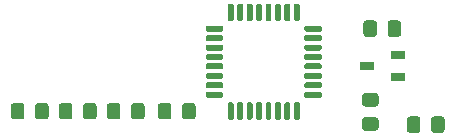
<source format=gbr>
%TF.GenerationSoftware,KiCad,Pcbnew,5.1.6-c6e7f7d~87~ubuntu18.04.1*%
%TF.CreationDate,2020-09-27T02:41:19+01:00*%
%TF.ProjectId,OLED_USB_Stick,4f4c4544-5f55-4534-925f-537469636b2e,rev?*%
%TF.SameCoordinates,Original*%
%TF.FileFunction,Paste,Bot*%
%TF.FilePolarity,Positive*%
%FSLAX46Y46*%
G04 Gerber Fmt 4.6, Leading zero omitted, Abs format (unit mm)*
G04 Created by KiCad (PCBNEW 5.1.6-c6e7f7d~87~ubuntu18.04.1) date 2020-09-27 02:41:19*
%MOMM*%
%LPD*%
G01*
G04 APERTURE LIST*
%ADD10R,1.220000X0.650000*%
G04 APERTURE END LIST*
%TO.C,C3*%
G36*
G01*
X154374000Y-83381001D02*
X154374000Y-82480999D01*
G75*
G02*
X154623999Y-82231000I249999J0D01*
G01*
X155274001Y-82231000D01*
G75*
G02*
X155524000Y-82480999I0J-249999D01*
G01*
X155524000Y-83381001D01*
G75*
G02*
X155274001Y-83631000I-249999J0D01*
G01*
X154623999Y-83631000D01*
G75*
G02*
X154374000Y-83381001I0J249999D01*
G01*
G37*
G36*
G01*
X152324000Y-83381001D02*
X152324000Y-82480999D01*
G75*
G02*
X152573999Y-82231000I249999J0D01*
G01*
X153224001Y-82231000D01*
G75*
G02*
X153474000Y-82480999I0J-249999D01*
G01*
X153474000Y-83381001D01*
G75*
G02*
X153224001Y-83631000I-249999J0D01*
G01*
X152573999Y-83631000D01*
G75*
G02*
X152324000Y-83381001I0J249999D01*
G01*
G37*
%TD*%
%TO.C,C1*%
G36*
G01*
X141028000Y-82480999D02*
X141028000Y-83381001D01*
G75*
G02*
X140778001Y-83631000I-249999J0D01*
G01*
X140127999Y-83631000D01*
G75*
G02*
X139878000Y-83381001I0J249999D01*
G01*
X139878000Y-82480999D01*
G75*
G02*
X140127999Y-82231000I249999J0D01*
G01*
X140778001Y-82231000D01*
G75*
G02*
X141028000Y-82480999I0J-249999D01*
G01*
G37*
G36*
G01*
X143078000Y-82480999D02*
X143078000Y-83381001D01*
G75*
G02*
X142828001Y-83631000I-249999J0D01*
G01*
X142177999Y-83631000D01*
G75*
G02*
X141928000Y-83381001I0J249999D01*
G01*
X141928000Y-82480999D01*
G75*
G02*
X142177999Y-82231000I249999J0D01*
G01*
X142828001Y-82231000D01*
G75*
G02*
X143078000Y-82480999I0J-249999D01*
G01*
G37*
%TD*%
%TO.C,C2*%
G36*
G01*
X150056000Y-83381001D02*
X150056000Y-82480999D01*
G75*
G02*
X150305999Y-82231000I249999J0D01*
G01*
X150956001Y-82231000D01*
G75*
G02*
X151206000Y-82480999I0J-249999D01*
G01*
X151206000Y-83381001D01*
G75*
G02*
X150956001Y-83631000I-249999J0D01*
G01*
X150305999Y-83631000D01*
G75*
G02*
X150056000Y-83381001I0J249999D01*
G01*
G37*
G36*
G01*
X148006000Y-83381001D02*
X148006000Y-82480999D01*
G75*
G02*
X148255999Y-82231000I249999J0D01*
G01*
X148906001Y-82231000D01*
G75*
G02*
X149156000Y-82480999I0J-249999D01*
G01*
X149156000Y-83381001D01*
G75*
G02*
X148906001Y-83631000I-249999J0D01*
G01*
X148255999Y-83631000D01*
G75*
G02*
X148006000Y-83381001I0J249999D01*
G01*
G37*
%TD*%
%TO.C,FB1*%
G36*
G01*
X145992000Y-83381001D02*
X145992000Y-82480999D01*
G75*
G02*
X146241999Y-82231000I249999J0D01*
G01*
X146892001Y-82231000D01*
G75*
G02*
X147142000Y-82480999I0J-249999D01*
G01*
X147142000Y-83381001D01*
G75*
G02*
X146892001Y-83631000I-249999J0D01*
G01*
X146241999Y-83631000D01*
G75*
G02*
X145992000Y-83381001I0J249999D01*
G01*
G37*
G36*
G01*
X143942000Y-83381001D02*
X143942000Y-82480999D01*
G75*
G02*
X144191999Y-82231000I249999J0D01*
G01*
X144842001Y-82231000D01*
G75*
G02*
X145092000Y-82480999I0J-249999D01*
G01*
X145092000Y-83381001D01*
G75*
G02*
X144842001Y-83631000I-249999J0D01*
G01*
X144191999Y-83631000D01*
G75*
G02*
X143942000Y-83381001I0J249999D01*
G01*
G37*
%TD*%
%TO.C,R5*%
G36*
G01*
X174556000Y-83623999D02*
X174556000Y-84524001D01*
G75*
G02*
X174306001Y-84774000I-249999J0D01*
G01*
X173655999Y-84774000D01*
G75*
G02*
X173406000Y-84524001I0J249999D01*
G01*
X173406000Y-83623999D01*
G75*
G02*
X173655999Y-83374000I249999J0D01*
G01*
X174306001Y-83374000D01*
G75*
G02*
X174556000Y-83623999I0J-249999D01*
G01*
G37*
G36*
G01*
X176606000Y-83623999D02*
X176606000Y-84524001D01*
G75*
G02*
X176356001Y-84774000I-249999J0D01*
G01*
X175705999Y-84774000D01*
G75*
G02*
X175456000Y-84524001I0J249999D01*
G01*
X175456000Y-83623999D01*
G75*
G02*
X175705999Y-83374000I249999J0D01*
G01*
X176356001Y-83374000D01*
G75*
G02*
X176606000Y-83623999I0J-249999D01*
G01*
G37*
%TD*%
%TO.C,U3*%
G36*
G01*
X158240000Y-83540000D02*
X158240000Y-82290000D01*
G75*
G02*
X158365000Y-82165000I125000J0D01*
G01*
X158615000Y-82165000D01*
G75*
G02*
X158740000Y-82290000I0J-125000D01*
G01*
X158740000Y-83540000D01*
G75*
G02*
X158615000Y-83665000I-125000J0D01*
G01*
X158365000Y-83665000D01*
G75*
G02*
X158240000Y-83540000I0J125000D01*
G01*
G37*
G36*
G01*
X159040000Y-83540000D02*
X159040000Y-82290000D01*
G75*
G02*
X159165000Y-82165000I125000J0D01*
G01*
X159415000Y-82165000D01*
G75*
G02*
X159540000Y-82290000I0J-125000D01*
G01*
X159540000Y-83540000D01*
G75*
G02*
X159415000Y-83665000I-125000J0D01*
G01*
X159165000Y-83665000D01*
G75*
G02*
X159040000Y-83540000I0J125000D01*
G01*
G37*
G36*
G01*
X159840000Y-83540000D02*
X159840000Y-82290000D01*
G75*
G02*
X159965000Y-82165000I125000J0D01*
G01*
X160215000Y-82165000D01*
G75*
G02*
X160340000Y-82290000I0J-125000D01*
G01*
X160340000Y-83540000D01*
G75*
G02*
X160215000Y-83665000I-125000J0D01*
G01*
X159965000Y-83665000D01*
G75*
G02*
X159840000Y-83540000I0J125000D01*
G01*
G37*
G36*
G01*
X160640000Y-83540000D02*
X160640000Y-82290000D01*
G75*
G02*
X160765000Y-82165000I125000J0D01*
G01*
X161015000Y-82165000D01*
G75*
G02*
X161140000Y-82290000I0J-125000D01*
G01*
X161140000Y-83540000D01*
G75*
G02*
X161015000Y-83665000I-125000J0D01*
G01*
X160765000Y-83665000D01*
G75*
G02*
X160640000Y-83540000I0J125000D01*
G01*
G37*
G36*
G01*
X161440000Y-83540000D02*
X161440000Y-82290000D01*
G75*
G02*
X161565000Y-82165000I125000J0D01*
G01*
X161815000Y-82165000D01*
G75*
G02*
X161940000Y-82290000I0J-125000D01*
G01*
X161940000Y-83540000D01*
G75*
G02*
X161815000Y-83665000I-125000J0D01*
G01*
X161565000Y-83665000D01*
G75*
G02*
X161440000Y-83540000I0J125000D01*
G01*
G37*
G36*
G01*
X162240000Y-83540000D02*
X162240000Y-82290000D01*
G75*
G02*
X162365000Y-82165000I125000J0D01*
G01*
X162615000Y-82165000D01*
G75*
G02*
X162740000Y-82290000I0J-125000D01*
G01*
X162740000Y-83540000D01*
G75*
G02*
X162615000Y-83665000I-125000J0D01*
G01*
X162365000Y-83665000D01*
G75*
G02*
X162240000Y-83540000I0J125000D01*
G01*
G37*
G36*
G01*
X163040000Y-83540000D02*
X163040000Y-82290000D01*
G75*
G02*
X163165000Y-82165000I125000J0D01*
G01*
X163415000Y-82165000D01*
G75*
G02*
X163540000Y-82290000I0J-125000D01*
G01*
X163540000Y-83540000D01*
G75*
G02*
X163415000Y-83665000I-125000J0D01*
G01*
X163165000Y-83665000D01*
G75*
G02*
X163040000Y-83540000I0J125000D01*
G01*
G37*
G36*
G01*
X163840000Y-83540000D02*
X163840000Y-82290000D01*
G75*
G02*
X163965000Y-82165000I125000J0D01*
G01*
X164215000Y-82165000D01*
G75*
G02*
X164340000Y-82290000I0J-125000D01*
G01*
X164340000Y-83540000D01*
G75*
G02*
X164215000Y-83665000I-125000J0D01*
G01*
X163965000Y-83665000D01*
G75*
G02*
X163840000Y-83540000I0J125000D01*
G01*
G37*
G36*
G01*
X164715000Y-81665000D02*
X164715000Y-81415000D01*
G75*
G02*
X164840000Y-81290000I125000J0D01*
G01*
X166090000Y-81290000D01*
G75*
G02*
X166215000Y-81415000I0J-125000D01*
G01*
X166215000Y-81665000D01*
G75*
G02*
X166090000Y-81790000I-125000J0D01*
G01*
X164840000Y-81790000D01*
G75*
G02*
X164715000Y-81665000I0J125000D01*
G01*
G37*
G36*
G01*
X164715000Y-80865000D02*
X164715000Y-80615000D01*
G75*
G02*
X164840000Y-80490000I125000J0D01*
G01*
X166090000Y-80490000D01*
G75*
G02*
X166215000Y-80615000I0J-125000D01*
G01*
X166215000Y-80865000D01*
G75*
G02*
X166090000Y-80990000I-125000J0D01*
G01*
X164840000Y-80990000D01*
G75*
G02*
X164715000Y-80865000I0J125000D01*
G01*
G37*
G36*
G01*
X164715000Y-80065000D02*
X164715000Y-79815000D01*
G75*
G02*
X164840000Y-79690000I125000J0D01*
G01*
X166090000Y-79690000D01*
G75*
G02*
X166215000Y-79815000I0J-125000D01*
G01*
X166215000Y-80065000D01*
G75*
G02*
X166090000Y-80190000I-125000J0D01*
G01*
X164840000Y-80190000D01*
G75*
G02*
X164715000Y-80065000I0J125000D01*
G01*
G37*
G36*
G01*
X164715000Y-79265000D02*
X164715000Y-79015000D01*
G75*
G02*
X164840000Y-78890000I125000J0D01*
G01*
X166090000Y-78890000D01*
G75*
G02*
X166215000Y-79015000I0J-125000D01*
G01*
X166215000Y-79265000D01*
G75*
G02*
X166090000Y-79390000I-125000J0D01*
G01*
X164840000Y-79390000D01*
G75*
G02*
X164715000Y-79265000I0J125000D01*
G01*
G37*
G36*
G01*
X164715000Y-78465000D02*
X164715000Y-78215000D01*
G75*
G02*
X164840000Y-78090000I125000J0D01*
G01*
X166090000Y-78090000D01*
G75*
G02*
X166215000Y-78215000I0J-125000D01*
G01*
X166215000Y-78465000D01*
G75*
G02*
X166090000Y-78590000I-125000J0D01*
G01*
X164840000Y-78590000D01*
G75*
G02*
X164715000Y-78465000I0J125000D01*
G01*
G37*
G36*
G01*
X164715000Y-77665000D02*
X164715000Y-77415000D01*
G75*
G02*
X164840000Y-77290000I125000J0D01*
G01*
X166090000Y-77290000D01*
G75*
G02*
X166215000Y-77415000I0J-125000D01*
G01*
X166215000Y-77665000D01*
G75*
G02*
X166090000Y-77790000I-125000J0D01*
G01*
X164840000Y-77790000D01*
G75*
G02*
X164715000Y-77665000I0J125000D01*
G01*
G37*
G36*
G01*
X164715000Y-76865000D02*
X164715000Y-76615000D01*
G75*
G02*
X164840000Y-76490000I125000J0D01*
G01*
X166090000Y-76490000D01*
G75*
G02*
X166215000Y-76615000I0J-125000D01*
G01*
X166215000Y-76865000D01*
G75*
G02*
X166090000Y-76990000I-125000J0D01*
G01*
X164840000Y-76990000D01*
G75*
G02*
X164715000Y-76865000I0J125000D01*
G01*
G37*
G36*
G01*
X164715000Y-76065000D02*
X164715000Y-75815000D01*
G75*
G02*
X164840000Y-75690000I125000J0D01*
G01*
X166090000Y-75690000D01*
G75*
G02*
X166215000Y-75815000I0J-125000D01*
G01*
X166215000Y-76065000D01*
G75*
G02*
X166090000Y-76190000I-125000J0D01*
G01*
X164840000Y-76190000D01*
G75*
G02*
X164715000Y-76065000I0J125000D01*
G01*
G37*
G36*
G01*
X163840000Y-75190000D02*
X163840000Y-73940000D01*
G75*
G02*
X163965000Y-73815000I125000J0D01*
G01*
X164215000Y-73815000D01*
G75*
G02*
X164340000Y-73940000I0J-125000D01*
G01*
X164340000Y-75190000D01*
G75*
G02*
X164215000Y-75315000I-125000J0D01*
G01*
X163965000Y-75315000D01*
G75*
G02*
X163840000Y-75190000I0J125000D01*
G01*
G37*
G36*
G01*
X163040000Y-75190000D02*
X163040000Y-73940000D01*
G75*
G02*
X163165000Y-73815000I125000J0D01*
G01*
X163415000Y-73815000D01*
G75*
G02*
X163540000Y-73940000I0J-125000D01*
G01*
X163540000Y-75190000D01*
G75*
G02*
X163415000Y-75315000I-125000J0D01*
G01*
X163165000Y-75315000D01*
G75*
G02*
X163040000Y-75190000I0J125000D01*
G01*
G37*
G36*
G01*
X162240000Y-75190000D02*
X162240000Y-73940000D01*
G75*
G02*
X162365000Y-73815000I125000J0D01*
G01*
X162615000Y-73815000D01*
G75*
G02*
X162740000Y-73940000I0J-125000D01*
G01*
X162740000Y-75190000D01*
G75*
G02*
X162615000Y-75315000I-125000J0D01*
G01*
X162365000Y-75315000D01*
G75*
G02*
X162240000Y-75190000I0J125000D01*
G01*
G37*
G36*
G01*
X161440000Y-75190000D02*
X161440000Y-73940000D01*
G75*
G02*
X161565000Y-73815000I125000J0D01*
G01*
X161815000Y-73815000D01*
G75*
G02*
X161940000Y-73940000I0J-125000D01*
G01*
X161940000Y-75190000D01*
G75*
G02*
X161815000Y-75315000I-125000J0D01*
G01*
X161565000Y-75315000D01*
G75*
G02*
X161440000Y-75190000I0J125000D01*
G01*
G37*
G36*
G01*
X160640000Y-75190000D02*
X160640000Y-73940000D01*
G75*
G02*
X160765000Y-73815000I125000J0D01*
G01*
X161015000Y-73815000D01*
G75*
G02*
X161140000Y-73940000I0J-125000D01*
G01*
X161140000Y-75190000D01*
G75*
G02*
X161015000Y-75315000I-125000J0D01*
G01*
X160765000Y-75315000D01*
G75*
G02*
X160640000Y-75190000I0J125000D01*
G01*
G37*
G36*
G01*
X159840000Y-75190000D02*
X159840000Y-73940000D01*
G75*
G02*
X159965000Y-73815000I125000J0D01*
G01*
X160215000Y-73815000D01*
G75*
G02*
X160340000Y-73940000I0J-125000D01*
G01*
X160340000Y-75190000D01*
G75*
G02*
X160215000Y-75315000I-125000J0D01*
G01*
X159965000Y-75315000D01*
G75*
G02*
X159840000Y-75190000I0J125000D01*
G01*
G37*
G36*
G01*
X159040000Y-75190000D02*
X159040000Y-73940000D01*
G75*
G02*
X159165000Y-73815000I125000J0D01*
G01*
X159415000Y-73815000D01*
G75*
G02*
X159540000Y-73940000I0J-125000D01*
G01*
X159540000Y-75190000D01*
G75*
G02*
X159415000Y-75315000I-125000J0D01*
G01*
X159165000Y-75315000D01*
G75*
G02*
X159040000Y-75190000I0J125000D01*
G01*
G37*
G36*
G01*
X158240000Y-75190000D02*
X158240000Y-73940000D01*
G75*
G02*
X158365000Y-73815000I125000J0D01*
G01*
X158615000Y-73815000D01*
G75*
G02*
X158740000Y-73940000I0J-125000D01*
G01*
X158740000Y-75190000D01*
G75*
G02*
X158615000Y-75315000I-125000J0D01*
G01*
X158365000Y-75315000D01*
G75*
G02*
X158240000Y-75190000I0J125000D01*
G01*
G37*
G36*
G01*
X156365000Y-76065000D02*
X156365000Y-75815000D01*
G75*
G02*
X156490000Y-75690000I125000J0D01*
G01*
X157740000Y-75690000D01*
G75*
G02*
X157865000Y-75815000I0J-125000D01*
G01*
X157865000Y-76065000D01*
G75*
G02*
X157740000Y-76190000I-125000J0D01*
G01*
X156490000Y-76190000D01*
G75*
G02*
X156365000Y-76065000I0J125000D01*
G01*
G37*
G36*
G01*
X156365000Y-76865000D02*
X156365000Y-76615000D01*
G75*
G02*
X156490000Y-76490000I125000J0D01*
G01*
X157740000Y-76490000D01*
G75*
G02*
X157865000Y-76615000I0J-125000D01*
G01*
X157865000Y-76865000D01*
G75*
G02*
X157740000Y-76990000I-125000J0D01*
G01*
X156490000Y-76990000D01*
G75*
G02*
X156365000Y-76865000I0J125000D01*
G01*
G37*
G36*
G01*
X156365000Y-77665000D02*
X156365000Y-77415000D01*
G75*
G02*
X156490000Y-77290000I125000J0D01*
G01*
X157740000Y-77290000D01*
G75*
G02*
X157865000Y-77415000I0J-125000D01*
G01*
X157865000Y-77665000D01*
G75*
G02*
X157740000Y-77790000I-125000J0D01*
G01*
X156490000Y-77790000D01*
G75*
G02*
X156365000Y-77665000I0J125000D01*
G01*
G37*
G36*
G01*
X156365000Y-78465000D02*
X156365000Y-78215000D01*
G75*
G02*
X156490000Y-78090000I125000J0D01*
G01*
X157740000Y-78090000D01*
G75*
G02*
X157865000Y-78215000I0J-125000D01*
G01*
X157865000Y-78465000D01*
G75*
G02*
X157740000Y-78590000I-125000J0D01*
G01*
X156490000Y-78590000D01*
G75*
G02*
X156365000Y-78465000I0J125000D01*
G01*
G37*
G36*
G01*
X156365000Y-79265000D02*
X156365000Y-79015000D01*
G75*
G02*
X156490000Y-78890000I125000J0D01*
G01*
X157740000Y-78890000D01*
G75*
G02*
X157865000Y-79015000I0J-125000D01*
G01*
X157865000Y-79265000D01*
G75*
G02*
X157740000Y-79390000I-125000J0D01*
G01*
X156490000Y-79390000D01*
G75*
G02*
X156365000Y-79265000I0J125000D01*
G01*
G37*
G36*
G01*
X156365000Y-80065000D02*
X156365000Y-79815000D01*
G75*
G02*
X156490000Y-79690000I125000J0D01*
G01*
X157740000Y-79690000D01*
G75*
G02*
X157865000Y-79815000I0J-125000D01*
G01*
X157865000Y-80065000D01*
G75*
G02*
X157740000Y-80190000I-125000J0D01*
G01*
X156490000Y-80190000D01*
G75*
G02*
X156365000Y-80065000I0J125000D01*
G01*
G37*
G36*
G01*
X156365000Y-80865000D02*
X156365000Y-80615000D01*
G75*
G02*
X156490000Y-80490000I125000J0D01*
G01*
X157740000Y-80490000D01*
G75*
G02*
X157865000Y-80615000I0J-125000D01*
G01*
X157865000Y-80865000D01*
G75*
G02*
X157740000Y-80990000I-125000J0D01*
G01*
X156490000Y-80990000D01*
G75*
G02*
X156365000Y-80865000I0J125000D01*
G01*
G37*
G36*
G01*
X156365000Y-81665000D02*
X156365000Y-81415000D01*
G75*
G02*
X156490000Y-81290000I125000J0D01*
G01*
X157740000Y-81290000D01*
G75*
G02*
X157865000Y-81415000I0J-125000D01*
G01*
X157865000Y-81665000D01*
G75*
G02*
X157740000Y-81790000I-125000J0D01*
G01*
X156490000Y-81790000D01*
G75*
G02*
X156365000Y-81665000I0J125000D01*
G01*
G37*
%TD*%
D10*
%TO.C,U2*%
X170013000Y-79121000D03*
X172633000Y-80071000D03*
X172633000Y-78171000D03*
%TD*%
%TO.C,C8*%
G36*
G01*
X171773000Y-76396001D02*
X171773000Y-75495999D01*
G75*
G02*
X172022999Y-75246000I249999J0D01*
G01*
X172673001Y-75246000D01*
G75*
G02*
X172923000Y-75495999I0J-249999D01*
G01*
X172923000Y-76396001D01*
G75*
G02*
X172673001Y-76646000I-249999J0D01*
G01*
X172022999Y-76646000D01*
G75*
G02*
X171773000Y-76396001I0J249999D01*
G01*
G37*
G36*
G01*
X169723000Y-76396001D02*
X169723000Y-75495999D01*
G75*
G02*
X169972999Y-75246000I249999J0D01*
G01*
X170623001Y-75246000D01*
G75*
G02*
X170873000Y-75495999I0J-249999D01*
G01*
X170873000Y-76396001D01*
G75*
G02*
X170623001Y-76646000I-249999J0D01*
G01*
X169972999Y-76646000D01*
G75*
G02*
X169723000Y-76396001I0J249999D01*
G01*
G37*
%TD*%
%TO.C,C5*%
G36*
G01*
X170757001Y-82544500D02*
X169856999Y-82544500D01*
G75*
G02*
X169607000Y-82294501I0J249999D01*
G01*
X169607000Y-81644499D01*
G75*
G02*
X169856999Y-81394500I249999J0D01*
G01*
X170757001Y-81394500D01*
G75*
G02*
X171007000Y-81644499I0J-249999D01*
G01*
X171007000Y-82294501D01*
G75*
G02*
X170757001Y-82544500I-249999J0D01*
G01*
G37*
G36*
G01*
X170757001Y-84594500D02*
X169856999Y-84594500D01*
G75*
G02*
X169607000Y-84344501I0J249999D01*
G01*
X169607000Y-83694499D01*
G75*
G02*
X169856999Y-83444500I249999J0D01*
G01*
X170757001Y-83444500D01*
G75*
G02*
X171007000Y-83694499I0J-249999D01*
G01*
X171007000Y-84344501D01*
G75*
G02*
X170757001Y-84594500I-249999J0D01*
G01*
G37*
%TD*%
M02*

</source>
